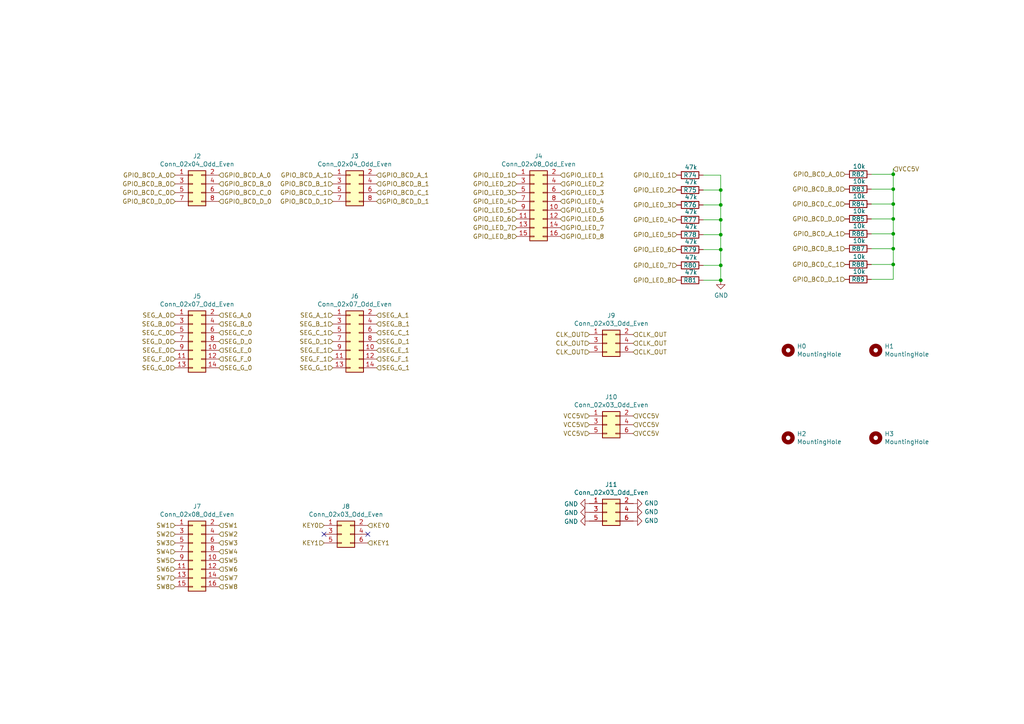
<source format=kicad_sch>
(kicad_sch (version 20211123) (generator eeschema)
  (paper "A4")
  (lib_symbols
    (symbol "Connector_Generic:Conn_02x03_Odd_Even" (pin_names (offset 1.016) hide)
      (property "Reference" "J" (at 1.27 5.08 0))
      (property "Value" "Conn_02x03_Odd_Even" (at 1.27 -5.08 0))
      (symbol "Conn_02x03_Odd_Even_1_1"
        (rectangle (start -1.27 -2.413) (end 0 -2.667) (stroke (width 0.1524)))
        (rectangle (start -1.27 0.127) (end 0 -0.127) (stroke (width 0.1524)))
        (rectangle (start -1.27 2.667) (end 0 2.413) (stroke (width 0.1524)))
        (rectangle (start -1.27 3.81) (end 3.81 -3.81) (stroke (width 0.254)) (fill (type background)))
        (rectangle (start 3.81 -2.413) (end 2.54 -2.667) (stroke (width 0.1524)))
        (rectangle (start 3.81 0.127) (end 2.54 -0.127) (stroke (width 0.1524)))
        (rectangle (start 3.81 2.667) (end 2.54 2.413) (stroke (width 0.1524)))
        (pin passive line (at -5.08 2.54 0) (length 3.81) (name "Pin_1") (number "1"))
        (pin passive line (at 7.62 2.54 180) (length 3.81) (name "Pin_2") (number "2"))
        (pin passive line (at -5.08 0 0) (length 3.81) (name "Pin_3") (number "3"))
        (pin passive line (at 7.62 0 180) (length 3.81) (name "Pin_4") (number "4"))
        (pin passive line (at -5.08 -2.54 0) (length 3.81) (name "Pin_5") (number "5"))
        (pin passive line (at 7.62 -2.54 180) (length 3.81) (name "Pin_6") (number "6"))
      )
    )
    (symbol "Connector_Generic:Conn_02x04_Odd_Even" (pin_names (offset 1.016) hide)
      (property "Reference" "J" (at 1.27 5.08 0))
      (property "Value" "Conn_02x04_Odd_Even" (at 1.27 -7.62 0))
      (symbol "Conn_02x04_Odd_Even_1_1"
        (rectangle (start -1.27 -4.953) (end 0 -5.207) (stroke (width 0.1524)))
        (rectangle (start -1.27 -2.413) (end 0 -2.667) (stroke (width 0.1524)))
        (rectangle (start -1.27 0.127) (end 0 -0.127) (stroke (width 0.1524)))
        (rectangle (start -1.27 2.667) (end 0 2.413) (stroke (width 0.1524)))
        (rectangle (start -1.27 3.81) (end 3.81 -6.35) (stroke (width 0.254)) (fill (type background)))
        (rectangle (start 3.81 -4.953) (end 2.54 -5.207) (stroke (width 0.1524)))
        (rectangle (start 3.81 -2.413) (end 2.54 -2.667) (stroke (width 0.1524)))
        (rectangle (start 3.81 0.127) (end 2.54 -0.127) (stroke (width 0.1524)))
        (rectangle (start 3.81 2.667) (end 2.54 2.413) (stroke (width 0.1524)))
        (pin passive line (at -5.08 2.54 0) (length 3.81) (name "Pin_1") (number "1"))
        (pin passive line (at 7.62 2.54 180) (length 3.81) (name "Pin_2") (number "2"))
        (pin passive line (at -5.08 0 0) (length 3.81) (name "Pin_3") (number "3"))
        (pin passive line (at 7.62 0 180) (length 3.81) (name "Pin_4") (number "4"))
        (pin passive line (at -5.08 -2.54 0) (length 3.81) (name "Pin_5") (number "5"))
        (pin passive line (at 7.62 -2.54 180) (length 3.81) (name "Pin_6") (number "6"))
        (pin passive line (at -5.08 -5.08 0) (length 3.81) (name "Pin_7") (number "7"))
        (pin passive line (at 7.62 -5.08 180) (length 3.81) (name "Pin_8") (number "8"))
      )
    )
    (symbol "Connector_Generic:Conn_02x07_Odd_Even" (pin_names (offset 1.016) hide)
      (property "Reference" "J" (at 1.27 10.16 0))
      (property "Value" "Conn_02x07_Odd_Even" (at 1.27 -10.16 0))
      (symbol "Conn_02x07_Odd_Even_1_1"
        (rectangle (start -1.27 -7.493) (end 0 -7.747) (stroke (width 0.1524)))
        (rectangle (start -1.27 -4.953) (end 0 -5.207) (stroke (width 0.1524)))
        (rectangle (start -1.27 -2.413) (end 0 -2.667) (stroke (width 0.1524)))
        (rectangle (start -1.27 0.127) (end 0 -0.127) (stroke (width 0.1524)))
        (rectangle (start -1.27 2.667) (end 0 2.413) (stroke (width 0.1524)))
        (rectangle (start -1.27 5.207) (end 0 4.953) (stroke (width 0.1524)))
        (rectangle (start -1.27 7.747) (end 0 7.493) (stroke (width 0.1524)))
        (rectangle (start -1.27 8.89) (end 3.81 -8.89) (stroke (width 0.254)) (fill (type background)))
        (rectangle (start 3.81 -7.493) (end 2.54 -7.747) (stroke (width 0.1524)))
        (rectangle (start 3.81 -4.953) (end 2.54 -5.207) (stroke (width 0.1524)))
        (rectangle (start 3.81 -2.413) (end 2.54 -2.667) (stroke (width 0.1524)))
        (rectangle (start 3.81 0.127) (end 2.54 -0.127) (stroke (width 0.1524)))
        (rectangle (start 3.81 2.667) (end 2.54 2.413) (stroke (width 0.1524)))
        (rectangle (start 3.81 5.207) (end 2.54 4.953) (stroke (width 0.1524)))
        (rectangle (start 3.81 7.747) (end 2.54 7.493) (stroke (width 0.1524)))
        (pin passive line (at -5.08 7.62 0) (length 3.81) (name "Pin_1") (number "1"))
        (pin passive line (at 7.62 -2.54 180) (length 3.81) (name "Pin_10") (number "10"))
        (pin passive line (at -5.08 -5.08 0) (length 3.81) (name "Pin_11") (number "11"))
        (pin passive line (at 7.62 -5.08 180) (length 3.81) (name "Pin_12") (number "12"))
        (pin passive line (at -5.08 -7.62 0) (length 3.81) (name "Pin_13") (number "13"))
        (pin passive line (at 7.62 -7.62 180) (length 3.81) (name "Pin_14") (number "14"))
        (pin passive line (at 7.62 7.62 180) (length 3.81) (name "Pin_2") (number "2"))
        (pin passive line (at -5.08 5.08 0) (length 3.81) (name "Pin_3") (number "3"))
        (pin passive line (at 7.62 5.08 180) (length 3.81) (name "Pin_4") (number "4"))
        (pin passive line (at -5.08 2.54 0) (length 3.81) (name "Pin_5") (number "5"))
        (pin passive line (at 7.62 2.54 180) (length 3.81) (name "Pin_6") (number "6"))
        (pin passive line (at -5.08 0 0) (length 3.81) (name "Pin_7") (number "7"))
        (pin passive line (at 7.62 0 180) (length 3.81) (name "Pin_8") (number "8"))
        (pin passive line (at -5.08 -2.54 0) (length 3.81) (name "Pin_9") (number "9"))
      )
    )
    (symbol "Connector_Generic:Conn_02x08_Odd_Even" (pin_names (offset 1.016) hide)
      (property "Reference" "J" (at 1.27 10.16 0))
      (property "Value" "Conn_02x08_Odd_Even" (at 1.27 -12.7 0))
      (symbol "Conn_02x08_Odd_Even_1_1"
        (rectangle (start -1.27 -10.033) (end 0 -10.287) (stroke (width 0.1524)))
        (rectangle (start -1.27 -7.493) (end 0 -7.747) (stroke (width 0.1524)))
        (rectangle (start -1.27 -4.953) (end 0 -5.207) (stroke (width 0.1524)))
        (rectangle (start -1.27 -2.413) (end 0 -2.667) (stroke (width 0.1524)))
        (rectangle (start -1.27 0.127) (end 0 -0.127) (stroke (width 0.1524)))
        (rectangle (start -1.27 2.667) (end 0 2.413) (stroke (width 0.1524)))
        (rectangle (start -1.27 5.207) (end 0 4.953) (stroke (width 0.1524)))
        (rectangle (start -1.27 7.747) (end 0 7.493) (stroke (width 0.1524)))
        (rectangle (start -1.27 8.89) (end 3.81 -11.43) (stroke (width 0.254)) (fill (type background)))
        (rectangle (start 3.81 -10.033) (end 2.54 -10.287) (stroke (width 0.1524)))
        (rectangle (start 3.81 -7.493) (end 2.54 -7.747) (stroke (width 0.1524)))
        (rectangle (start 3.81 -4.953) (end 2.54 -5.207) (stroke (width 0.1524)))
        (rectangle (start 3.81 -2.413) (end 2.54 -2.667) (stroke (width 0.1524)))
        (rectangle (start 3.81 0.127) (end 2.54 -0.127) (stroke (width 0.1524)))
        (rectangle (start 3.81 2.667) (end 2.54 2.413) (stroke (width 0.1524)))
        (rectangle (start 3.81 5.207) (end 2.54 4.953) (stroke (width 0.1524)))
        (rectangle (start 3.81 7.747) (end 2.54 7.493) (stroke (width 0.1524)))
        (pin passive line (at -5.08 7.62 0) (length 3.81) (name "Pin_1") (number "1"))
        (pin passive line (at 7.62 -2.54 180) (length 3.81) (name "Pin_10") (number "10"))
        (pin passive line (at -5.08 -5.08 0) (length 3.81) (name "Pin_11") (number "11"))
        (pin passive line (at 7.62 -5.08 180) (length 3.81) (name "Pin_12") (number "12"))
        (pin passive line (at -5.08 -7.62 0) (length 3.81) (name "Pin_13") (number "13"))
        (pin passive line (at 7.62 -7.62 180) (length 3.81) (name "Pin_14") (number "14"))
        (pin passive line (at -5.08 -10.16 0) (length 3.81) (name "Pin_15") (number "15"))
        (pin passive line (at 7.62 -10.16 180) (length 3.81) (name "Pin_16") (number "16"))
        (pin passive line (at 7.62 7.62 180) (length 3.81) (name "Pin_2") (number "2"))
        (pin passive line (at -5.08 5.08 0) (length 3.81) (name "Pin_3") (number "3"))
        (pin passive line (at 7.62 5.08 180) (length 3.81) (name "Pin_4") (number "4"))
        (pin passive line (at -5.08 2.54 0) (length 3.81) (name "Pin_5") (number "5"))
        (pin passive line (at 7.62 2.54 180) (length 3.81) (name "Pin_6") (number "6"))
        (pin passive line (at -5.08 0 0) (length 3.81) (name "Pin_7") (number "7"))
        (pin passive line (at 7.62 0 180) (length 3.81) (name "Pin_8") (number "8"))
        (pin passive line (at -5.08 -2.54 0) (length 3.81) (name "Pin_9") (number "9"))
      )
    )
    (symbol "Device:R" (pin_numbers hide) (pin_names (offset 0))
      (property "Reference" "R" (at 2.032 0 90))
      (property "Value" "R" (at 0 0 90))
      (symbol "R_0_1"
        (rectangle (start -1.016 -2.54) (end 1.016 2.54) (stroke (width 0.254)))
      )
      (symbol "R_1_1"
        (pin passive line (at 0 3.81 270) (length 1.27) (name "~") (number "1"))
        (pin passive line (at 0 -3.81 90) (length 1.27) (name "~") (number "2"))
      )
    )
    (symbol "Mechanical:MountingHole" (pin_names (offset 1.016))
      (property "Reference" "H" (at 0 5.08 0))
      (property "Value" "MountingHole" (at 0 3.175 0))
      (symbol "MountingHole_0_1"
        (circle (center 0 0) (radius 1.27) (stroke (width 1.27)))
      )
    )
    (symbol "power:GND" (power) (pin_names (offset 0))
      (property "Value" "GND" (at 0 -3.81 0))
      (symbol "GND_0_1"
        (polyline (pts (xy 0 0) (xy 0 -1.27) (xy 1.27 -1.27) (xy 0 -2.54) (xy -1.27 -1.27) (xy 0 -1.27)))
      )
      (symbol "GND_1_1"
        (pin power_in line (at 0 0 270) (length 0) hide (name "GND") (number "1"))
      )
    )
  )
  (junction (at 259.08 59.182))
  (junction (at 259.08 54.864))
  (junction (at 209.042 63.754))
  (junction (at 209.042 76.962))
  (junction (at 209.042 81.28))
  (junction (at 209.042 68.072))
  (junction (at 259.08 72.136))
  (junction (at 209.042 72.39))
  (junction (at 209.042 55.118))
  (junction (at 259.08 67.818))
  (junction (at 259.08 50.546))
  (junction (at 259.08 76.708))
  (junction (at 259.08 63.5))
  (junction (at 209.042 59.436))
  (no_connect (at 106.68 154.94))
  (no_connect (at 93.98 154.94))
  (wire (pts (xy 203.962 55.118) (xy 209.042 55.118)))
  (wire (pts (xy 252.73 63.5) (xy 259.08 63.5)))
  (wire (pts (xy 203.962 59.436) (xy 209.042 59.436)))
  (wire (pts (xy 259.08 67.818) (xy 259.08 72.136)))
  (wire (pts (xy 259.08 49.022) (xy 259.08 50.546)))
  (wire (pts (xy 203.962 63.754) (xy 209.042 63.754)))
  (wire (pts (xy 209.042 72.39) (xy 209.042 76.962)))
  (wire (pts (xy 203.962 76.962) (xy 209.042 76.962)))
  (wire (pts (xy 209.042 76.962) (xy 209.042 81.28)))
  (wire (pts (xy 259.08 81.026) (xy 252.73 81.026)))
  (wire (pts (xy 209.042 55.118) (xy 209.042 59.436)))
  (wire (pts (xy 203.962 50.8) (xy 209.042 50.8)))
  (wire (pts (xy 252.73 67.818) (xy 259.08 67.818)))
  (wire (pts (xy 252.73 72.136) (xy 259.08 72.136)))
  (wire (pts (xy 203.962 68.072) (xy 209.042 68.072)))
  (wire (pts (xy 252.73 54.864) (xy 259.08 54.864)))
  (wire (pts (xy 259.08 54.864) (xy 259.08 59.182)))
  (wire (pts (xy 209.042 50.8) (xy 209.042 55.118)))
  (wire (pts (xy 203.962 72.39) (xy 209.042 72.39)))
  (wire (pts (xy 209.042 59.436) (xy 209.042 63.754)))
  (wire (pts (xy 209.042 63.754) (xy 209.042 68.072)))
  (wire (pts (xy 259.08 72.136) (xy 259.08 76.708)))
  (wire (pts (xy 209.042 81.28) (xy 203.962 81.28)))
  (wire (pts (xy 252.73 76.708) (xy 259.08 76.708)))
  (wire (pts (xy 252.73 50.546) (xy 259.08 50.546)))
  (wire (pts (xy 259.08 76.708) (xy 259.08 81.026)))
  (wire (pts (xy 259.08 50.546) (xy 259.08 54.864)))
  (wire (pts (xy 259.08 63.5) (xy 259.08 67.818)))
  (wire (pts (xy 209.042 68.072) (xy 209.042 72.39)))
  (wire (pts (xy 259.08 59.182) (xy 259.08 63.5)))
  (wire (pts (xy 252.73 59.182) (xy 259.08 59.182)))
  (hierarchical_label "VCC5V" (shape input) (at 183.642 120.65 0))
  (hierarchical_label "SEG_G_0" (shape input) (at 63.5 106.68 0))
  (hierarchical_label "GPIO_BCD_A_1" (shape input) (at 245.11 67.818 180))
  (hierarchical_label "GPIO_LED_4" (shape input) (at 162.56 58.42 0))
  (hierarchical_label "GPIO_LED_5" (shape input) (at 196.342 68.072 180))
  (hierarchical_label "SW1" (shape input) (at 63.5 152.4 0))
  (hierarchical_label "VCC5V" (shape input) (at 170.942 123.19 180))
  (hierarchical_label "GPIO_BCD_B_0" (shape input) (at 50.8 53.34 180))
  (hierarchical_label "SW6" (shape input) (at 63.5 165.1 0))
  (hierarchical_label "SEG_E_1" (shape input) (at 109.22 101.6 0))
  (hierarchical_label "SEG_A_1" (shape input) (at 109.22 91.44 0))
  (hierarchical_label "GPIO_LED_8" (shape input) (at 149.86 68.58 180))
  (hierarchical_label "SEG_B_1" (shape input) (at 109.22 93.98 0))
  (hierarchical_label "SW8" (shape input) (at 50.8 170.18 180))
  (hierarchical_label "GPIO_LED_1" (shape input) (at 149.86 50.8 180))
  (hierarchical_label "SEG_E_0" (shape input) (at 63.5 101.6 0))
  (hierarchical_label "GPIO_LED_8" (shape input) (at 162.56 68.58 0))
  (hierarchical_label "SEG_C_1" (shape input) (at 96.52 96.52 180))
  (hierarchical_label "GPIO_BCD_D_1" (shape input) (at 109.22 58.42 0))
  (hierarchical_label "SEG_B_0" (shape input) (at 50.8 93.98 180))
  (hierarchical_label "SEG_E_0" (shape input) (at 50.8 101.6 180))
  (hierarchical_label "VCC5V" (shape input) (at 183.642 125.73 0))
  (hierarchical_label "GPIO_LED_8" (shape input) (at 196.342 81.28 180))
  (hierarchical_label "CLK_OUT" (shape input) (at 183.642 102.108 0))
  (hierarchical_label "GPIO_LED_3" (shape input) (at 149.86 55.88 180))
  (hierarchical_label "SEG_F_0" (shape input) (at 63.5 104.14 0))
  (hierarchical_label "GPIO_LED_1" (shape input) (at 196.342 50.8 180))
  (hierarchical_label "GPIO_BCD_D_1" (shape input) (at 245.11 81.026 180))
  (hierarchical_label "SW6" (shape input) (at 50.8 165.1 180))
  (hierarchical_label "GPIO_LED_6" (shape input) (at 149.86 63.5 180))
  (hierarchical_label "SEG_A_1" (shape input) (at 96.52 91.44 180))
  (hierarchical_label "SW5" (shape input) (at 50.8 162.56 180))
  (hierarchical_label "GPIO_BCD_C_0" (shape input) (at 50.8 55.88 180))
  (hierarchical_label "GPIO_LED_2" (shape input) (at 149.86 53.34 180))
  (hierarchical_label "GPIO_BCD_C_1" (shape input) (at 96.52 55.88 180))
  (hierarchical_label "GPIO_LED_5" (shape input) (at 162.56 60.96 0))
  (hierarchical_label "SW4" (shape input) (at 50.8 160.02 180))
  (hierarchical_label "GPIO_LED_3" (shape input) (at 196.342 59.436 180))
  (hierarchical_label "GPIO_BCD_C_0" (shape input) (at 63.5 55.88 0))
  (hierarchical_label "VCC5V" (shape input) (at 183.642 123.19 0))
  (hierarchical_label "GPIO_LED_5" (shape input) (at 149.86 60.96 180))
  (hierarchical_label "SEG_G_1" (shape input) (at 96.52 106.68 180))
  (hierarchical_label "SEG_G_1" (shape input) (at 109.22 106.68 0))
  (hierarchical_label "SW7" (shape input) (at 63.5 167.64 0))
  (hierarchical_label "GPIO_LED_2" (shape input) (at 162.56 53.34 0))
  (hierarchical_label "SW4" (shape input) (at 63.5 160.02 0))
  (hierarchical_label "CLK_OUT" (shape input) (at 170.942 99.568 180))
  (hierarchical_label "SW8" (shape input) (at 63.5 170.18 0))
  (hierarchical_label "SW3" (shape input) (at 63.5 157.48 0))
  (hierarchical_label "SEG_C_0" (shape input) (at 63.5 96.52 0))
  (hierarchical_label "CLK_OUT" (shape input) (at 170.942 97.028 180))
  (hierarchical_label "SW2" (shape input) (at 63.5 154.94 0))
  (hierarchical_label "SEG_B_1" (shape input) (at 96.52 93.98 180))
  (hierarchical_label "GPIO_LED_7" (shape input) (at 162.56 66.04 0))
  (hierarchical_label "KEY0" (shape input) (at 93.98 152.4 180))
  (hierarchical_label "GPIO_LED_4" (shape input) (at 149.86 58.42 180))
  (hierarchical_label "GPIO_BCD_A_0" (shape input) (at 245.11 50.546 180))
  (hierarchical_label "GPIO_BCD_A_1" (shape input) (at 109.22 50.8 0))
  (hierarchical_label "SEG_G_0" (shape input) (at 50.8 106.68 180))
  (hierarchical_label "SEG_A_0" (shape input) (at 63.5 91.44 0))
  (hierarchical_label "SW2" (shape input) (at 50.8 154.94 180))
  (hierarchical_label "GPIO_LED_7" (shape input) (at 149.86 66.04 180))
  (hierarchical_label "GPIO_BCD_D_0" (shape input) (at 63.5 58.42 0))
  (hierarchical_label "SEG_A_0" (shape input) (at 50.8 91.44 180))
  (hierarchical_label "GPIO_LED_2" (shape input) (at 196.342 55.118 180))
  (hierarchical_label "SEG_C_0" (shape input) (at 50.8 96.52 180))
  (hierarchical_label "GPIO_BCD_D_1" (shape input) (at 96.52 58.42 180))
  (hierarchical_label "GPIO_LED_6" (shape input) (at 196.342 72.39 180))
  (hierarchical_label "SW1" (shape input) (at 50.8 152.4 180))
  (hierarchical_label "KEY1" (shape input) (at 93.98 157.48 180))
  (hierarchical_label "GPIO_BCD_B_1" (shape input) (at 109.22 53.34 0))
  (hierarchical_label "SEG_D_0" (shape input) (at 50.8 99.06 180))
  (hierarchical_label "GPIO_BCD_C_1" (shape input) (at 245.11 76.708 180))
  (hierarchical_label "GPIO_BCD_B_0" (shape input) (at 63.5 53.34 0))
  (hierarchical_label "VCC5V" (shape input) (at 259.08 49.022 0))
  (hierarchical_label "CLK_OUT" (shape input) (at 183.642 97.028 0))
  (hierarchical_label "GPIO_BCD_D_0" (shape input) (at 50.8 58.42 180))
  (hierarchical_label "GPIO_BCD_C_0" (shape input) (at 245.11 59.182 180))
  (hierarchical_label "CLK_OUT" (shape input) (at 183.642 99.568 0))
  (hierarchical_label "SEG_C_1" (shape input) (at 109.22 96.52 0))
  (hierarchical_label "GPIO_BCD_A_1" (shape input) (at 96.52 50.8 180))
  (hierarchical_label "SEG_D_1" (shape input) (at 109.22 99.06 0))
  (hierarchical_label "GPIO_BCD_D_0" (shape input) (at 245.11 63.5 180))
  (hierarchical_label "KEY1" (shape input) (at 106.68 157.48 0))
  (hierarchical_label "SEG_F_0" (shape input) (at 50.8 104.14 180))
  (hierarchical_label "GPIO_BCD_A_0" (shape input) (at 63.5 50.8 0))
  (hierarchical_label "KEY0" (shape input) (at 106.68 152.4 0))
  (hierarchical_label "SEG_D_1" (shape input) (at 96.52 99.06 180))
  (hierarchical_label "SEG_D_0" (shape input) (at 63.5 99.06 0))
  (hierarchical_label "GPIO_LED_3" (shape input) (at 162.56 55.88 0))
  (hierarchical_label "SEG_F_1" (shape input) (at 96.52 104.14 180))
  (hierarchical_label "GPIO_LED_6" (shape input) (at 162.56 63.5 0))
  (hierarchical_label "GPIO_BCD_C_1" (shape input) (at 109.22 55.88 0))
  (hierarchical_label "VCC5V" (shape input) (at 170.942 120.65 180))
  (hierarchical_label "GPIO_LED_1" (shape input) (at 162.56 50.8 0))
  (hierarchical_label "SEG_F_1" (shape input) (at 109.22 104.14 0))
  (hierarchical_label "GPIO_BCD_B_0" (shape input) (at 245.11 54.864 180))
  (hierarchical_label "SW5" (shape input) (at 63.5 162.56 0))
  (hierarchical_label "GPIO_BCD_A_0" (shape input) (at 50.8 50.8 180))
  (hierarchical_label "GPIO_LED_7" (shape input) (at 196.342 76.962 180))
  (hierarchical_label "GPIO_BCD_B_1" (shape input) (at 245.11 72.136 180))
  (hierarchical_label "GPIO_LED_4" (shape input) (at 196.342 63.754 180))
  (hierarchical_label "SW3" (shape input) (at 50.8 157.48 180))
  (hierarchical_label "SEG_B_0" (shape input) (at 63.5 93.98 0))
  (hierarchical_label "VCC5V" (shape input) (at 170.942 125.73 180))
  (hierarchical_label "SEG_E_1" (shape input) (at 96.52 101.6 180))
  (hierarchical_label "CLK_OUT" (shape input) (at 170.942 102.108 180))
  (hierarchical_label "GPIO_BCD_B_1" (shape input) (at 96.52 53.34 180))
  (hierarchical_label "SW7" (shape input) (at 50.8 167.64 180))
  (symbol (lib_id "Connector_Generic:Conn_02x04_Odd_Even") (at 55.88 53.34 0) (unit 1)
    (property "Reference" "J2" (at 57.15 45.2882 0))
    (property "Value" "Conn_02x04_Odd_Even" (at 57.15 47.5996 0))
    (property "Footprint" "Connector_IDC:IDC-Header_2x04_P2.54mm_Vertical" (effects hide))
  )
  (symbol (lib_id "Connector_Generic:Conn_02x04_Odd_Even") (at 101.6 53.34 0) (unit 1)
    (property "Reference" "J3" (at 102.87 45.2882 0))
    (property "Value" "Conn_02x04_Odd_Even" (at 102.87 47.5996 0))
    (property "Footprint" "Connector_IDC:IDC-Header_2x04_P2.54mm_Vertical" (effects hide))
  )
  (symbol (lib_id "Connector_Generic:Conn_02x08_Odd_Even") (at 154.94 58.42 0) (unit 1)
    (property "Reference" "J4" (at 156.21 45.2882 0))
    (property "Value" "Conn_02x08_Odd_Even" (at 156.21 47.5996 0))
    (property "Footprint" "Connector_IDC:IDC-Header_2x08_P2.54mm_Vertical" (effects hide))
  )
  (symbol (lib_id "Connector_Generic:Conn_02x08_Odd_Even") (at 55.88 160.02 0) (unit 1)
    (property "Reference" "J7" (at 57.15 146.8882 0))
    (property "Value" "Conn_02x08_Odd_Even" (at 57.15 149.1996 0))
    (property "Footprint" "Connector_IDC:IDC-Header_2x08_P2.54mm_Vertical" (effects hide))
  )
  (symbol (lib_id "Connector_Generic:Conn_02x03_Odd_Even") (at 176.022 99.568 0) (unit 1)
    (property "Reference" "J9" (at 177.292 91.5162 0))
    (property "Value" "Conn_02x03_Odd_Even" (at 177.292 93.8276 0))
    (property "Footprint" "Connector_IDC:IDC-Header_2x03_P2.54mm_Vertical" (effects hide))
  )
  (symbol (lib_id "Connector_Generic:Conn_02x07_Odd_Even") (at 55.88 99.06 0) (unit 1)
    (property "Reference" "J5" (at 57.15 85.9282 0))
    (property "Value" "Conn_02x07_Odd_Even" (at 57.15 88.2396 0))
    (property "Footprint" "Connector_IDC:IDC-Header_2x07_P2.54mm_Vertical" (effects hide))
  )
  (symbol (lib_id "Connector_Generic:Conn_02x07_Odd_Even") (at 101.6 99.06 0) (unit 1)
    (property "Reference" "J6" (at 102.87 85.9282 0))
    (property "Value" "Conn_02x07_Odd_Even" (at 102.87 88.2396 0))
    (property "Footprint" "Connector_IDC:IDC-Header_2x07_P2.54mm_Vertical" (effects hide))
  )
  (symbol (lib_id "Connector_Generic:Conn_02x03_Odd_Even") (at 99.06 154.94 0) (unit 1)
    (property "Reference" "J8" (at 100.33 146.8882 0))
    (property "Value" "Conn_02x03_Odd_Even" (at 100.33 149.1996 0))
    (property "Footprint" "Connector_IDC:IDC-Header_2x03_P2.54mm_Vertical" (effects hide))
  )
  (symbol (lib_id "Mechanical:MountingHole") (at 254 101.6 0) (unit 1)
    (property "Reference" "H1" (at 256.54 100.4316 0) (effects (justify left)))
    (property "Value" "MountingHole" (at 256.54 102.743 0) (effects (justify left)))
    (property "Footprint" "digitalSystemBoard:Mountinghole_M3" (effects hide))
  )
  (symbol (lib_id "Mechanical:MountingHole") (at 254 127 0) (unit 1)
    (property "Reference" "H3" (at 256.54 125.8316 0) (effects (justify left)))
    (property "Value" "MountingHole" (at 256.54 128.143 0) (effects (justify left)))
    (property "Footprint" "digitalSystemBoard:Mountinghole_M3" (effects hide))
  )
  (symbol (lib_id "Mechanical:MountingHole") (at 228.6 101.6 0) (unit 1)
    (property "Reference" "H0" (at 231.14 100.4316 0) (effects (justify left)))
    (property "Value" "MountingHole" (at 231.14 102.743 0) (effects (justify left)))
    (property "Footprint" "digitalSystemBoard:Mountinghole_M3" (effects hide))
  )
  (symbol (lib_id "Mechanical:MountingHole") (at 228.6 127 0) (unit 1)
    (property "Reference" "H2" (at 231.14 125.8316 0) (effects (justify left)))
    (property "Value" "MountingHole" (at 231.14 128.143 0) (effects (justify left)))
    (property "Footprint" "digitalSystemBoard:Mountinghole_M3" (effects hide))
  )
  (symbol (lib_id "Connector_Generic:Conn_02x03_Odd_Even") (at 176.022 123.19 0) (unit 1)
    (property "Reference" "J10" (at 177.292 115.1382 0))
    (property "Value" "Conn_02x03_Odd_Even" (at 177.292 117.4496 0))
    (property "Footprint" "Connector_IDC:IDC-Header_2x03_P2.54mm_Vertical" (effects hide))
  )
  (symbol (lib_id "Connector_Generic:Conn_02x03_Odd_Even") (at 176.022 148.59 0) (unit 1)
    (property "Reference" "J11" (at 177.292 140.5382 0))
    (property "Value" "Conn_02x03_Odd_Even" (at 177.292 142.8496 0))
    (property "Footprint" "Connector_IDC:IDC-Header_2x03_P2.54mm_Vertical" (effects hide))
  )
  (symbol (lib_id "power:GND") (at 170.942 146.05 270) (unit 1)
    (property "Reference" "#PWR0106" (effects hide))
    (property "Value" "GND" (at 167.6908 146.177 90) (effects (justify right)))
  )
  (symbol (lib_id "power:GND") (at 170.942 148.59 270) (unit 1)
    (property "Reference" "#PWR0146" (effects hide))
    (property "Value" "GND" (at 167.6908 148.717 90) (effects (justify right)))
  )
  (symbol (lib_id "power:GND") (at 170.942 151.13 270) (unit 1)
    (property "Reference" "#PWR0147" (effects hide))
    (property "Value" "GND" (at 167.6908 151.257 90) (effects (justify right)))
  )
  (symbol (lib_id "power:GND") (at 183.642 151.13 90) (unit 1)
    (property "Reference" "#PWR0148" (effects hide))
    (property "Value" "GND" (at 186.8932 151.003 90) (effects (justify right)))
  )
  (symbol (lib_id "power:GND") (at 183.642 148.59 90) (unit 1)
    (property "Reference" "#PWR0149" (effects hide))
    (property "Value" "GND" (at 186.8932 148.463 90) (effects (justify right)))
  )
  (symbol (lib_id "power:GND") (at 183.642 146.05 90) (unit 1)
    (property "Reference" "#PWR0157" (effects hide))
    (property "Value" "GND" (at 186.8932 145.923 90) (effects (justify right)))
  )
  (symbol (lib_id "Device:R") (at 200.152 50.8 270)
    (property "Reference" "R74" (at 200.152 50.8 90))
    (property "Value" "47k" (at 200.406 48.514 90))
    (property "Footprint" "Resistor_SMD:R_0603_1608Metric" (effects hide))
    (property "LCSC" "C98220" (effects hide))
  )
  (symbol (lib_id "Device:R") (at 200.152 55.118 270)
    (property "Reference" "R75" (at 200.152 55.118 90))
    (property "Value" "47k" (at 200.406 52.832 90))
    (property "Footprint" "Resistor_SMD:R_0603_1608Metric" (effects hide))
    (property "LCSC" "C98220" (effects hide))
  )
  (symbol (lib_id "Device:R") (at 200.152 59.436 270)
    (property "Reference" "R76" (at 200.152 59.436 90))
    (property "Value" "47k" (at 200.406 57.15 90))
    (property "Footprint" "Resistor_SMD:R_0603_1608Metric" (effects hide))
    (property "LCSC" "C98220" (effects hide))
  )
  (symbol (lib_id "Device:R") (at 200.152 63.754 270)
    (property "Reference" "R77" (at 200.152 63.754 90))
    (property "Value" "47k" (at 200.406 61.468 90))
    (property "Footprint" "Resistor_SMD:R_0603_1608Metric" (effects hide))
    (property "LCSC" "C98220" (effects hide))
  )
  (symbol (lib_id "Device:R") (at 200.152 68.072 270)
    (property "Reference" "R78" (at 200.152 68.072 90))
    (property "Value" "47k" (at 200.406 65.786 90))
    (property "Footprint" "Resistor_SMD:R_0603_1608Metric" (effects hide))
    (property "LCSC" "C98220" (effects hide))
  )
  (symbol (lib_id "Device:R") (at 200.152 72.39 270)
    (property "Reference" "R79" (at 200.152 72.39 90))
    (property "Value" "47k" (at 200.406 70.104 90))
    (property "Footprint" "Resistor_SMD:R_0603_1608Metric" (effects hide))
    (property "LCSC" "C98220" (effects hide))
  )
  (symbol (lib_id "Device:R") (at 200.152 76.962 270)
    (property "Reference" "R80" (at 200.152 76.962 90))
    (property "Value" "47k" (at 200.406 74.676 90))
    (property "Footprint" "Resistor_SMD:R_0603_1608Metric" (effects hide))
    (property "LCSC" "C98220" (effects hide))
  )
  (symbol (lib_id "Device:R") (at 200.152 81.28 270)
    (property "Reference" "R81" (at 200.152 81.28 90))
    (property "Value" "47k" (at 200.406 78.994 90))
    (property "Footprint" "Resistor_SMD:R_0603_1608Metric" (effects hide))
    (property "LCSC" "C98220" (effects hide))
  )
  (symbol (lib_id "Device:R") (at 248.92 50.546 270)
    (property "Reference" "R82" (at 248.92 50.546 90))
    (property "Value" "10k" (at 249.174 48.26 90))
    (property "Footprint" "Resistor_SMD:R_0603_1608Metric" (effects hide))
    (property "LCSC" "C98220" (effects hide))
  )
  (symbol (lib_id "Device:R") (at 248.92 54.864 270)
    (property "Reference" "R83" (at 248.92 54.864 90))
    (property "Value" "10k" (at 249.174 52.578 90))
    (property "Footprint" "Resistor_SMD:R_0603_1608Metric" (effects hide))
    (property "LCSC" "C98220" (effects hide))
  )
  (symbol (lib_id "Device:R") (at 248.92 59.182 270)
    (property "Reference" "R84" (at 248.92 59.182 90))
    (property "Value" "10k" (at 249.174 56.896 90))
    (property "Footprint" "Resistor_SMD:R_0603_1608Metric" (effects hide))
    (property "LCSC" "C98220" (effects hide))
  )
  (symbol (lib_id "Device:R") (at 248.92 63.5 270)
    (property "Reference" "R85" (at 248.92 63.5 90))
    (property "Value" "10k" (at 249.174 61.214 90))
    (property "Footprint" "Resistor_SMD:R_0603_1608Metric" (effects hide))
    (property "LCSC" "C98220" (effects hide))
  )
  (symbol (lib_id "Device:R") (at 248.92 67.818 270)
    (property "Reference" "R86" (at 248.92 67.818 90))
    (property "Value" "10k" (at 249.174 65.532 90))
    (property "Footprint" "Resistor_SMD:R_0603_1608Metric" (effects hide))
    (property "LCSC" "C98220" (effects hide))
  )
  (symbol (lib_id "Device:R") (at 248.92 72.136 270)
    (property "Reference" "R87" (at 248.92 72.136 90))
    (property "Value" "10k" (at 249.174 69.85 90))
    (property "Footprint" "Resistor_SMD:R_0603_1608Metric" (effects hide))
    (property "LCSC" "C98220" (effects hide))
  )
  (symbol (lib_id "Device:R") (at 248.92 76.708 270)
    (property "Reference" "R88" (at 248.92 76.708 90))
    (property "Value" "10k" (at 249.174 74.422 90))
    (property "Footprint" "Resistor_SMD:R_0603_1608Metric" (effects hide))
    (property "LCSC" "C98220" (effects hide))
  )
  (symbol (lib_id "Device:R") (at 248.92 81.026 270)
    (property "Reference" "R89" (at 248.92 81.026 90))
    (property "Value" "10k" (at 249.174 78.74 90))
    (property "Footprint" "Resistor_SMD:R_0603_1608Metric" (effects hide))
    (property "LCSC" "C98220" (effects hide))
  )
  (symbol (lib_id "power:GND") (at 209.042 81.28 0) (unit 1)
    (property "Reference" "#PWR0101" (effects hide))
    (property "Value" "GND" (at 209.169 85.6742 0))
  )
)
</source>
